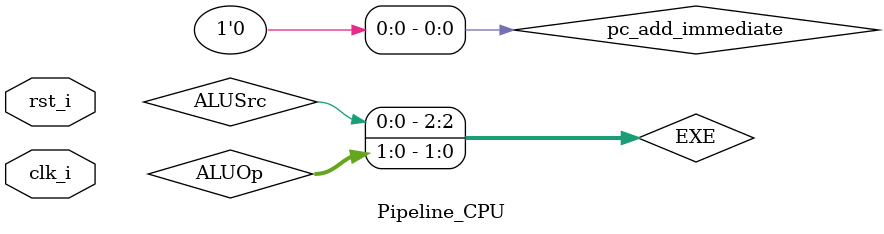
<source format=v>
/***************************************************
Student Name: Lin Jun-Xian, Liu Yu-Ren
Student ID: 0711540, 0712511
***************************************************/

`timescale 1ns/1ps
module Pipeline_CPU(
        clk_i,
		rst_i
		);
		
//I/O port
input         clk_i;
input         rst_i;

//Internal Signles
wire [31:0] pc_i;
wire [31:0] pc_o;
wire [31:0] MuxMemtoReg_o;
wire [31:0] ALUresult;
wire [31:0] MuxALUSrc_o;
wire [31:0] decoder_o;
wire [31:0] RSdata_o;
wire [31:0] RTdata_o;
wire [31:0] Imm_Gen_o;
wire [31:0] ALUSrc1_o;
wire [31:0] ALUSrc2_o;
wire [7:0] Mux_control_o;

wire [31:0] pc_add_immediate;
wire [1:0] ALUOp;
wire PC_write;
wire ALUSrc; 
wire RegWrite;
wire Branch;
wire control_output_select;
wire Jump;
wire [31:0] SL1_o;
wire [3:0] ALU_Ctrl_o;
wire zero,cout,ovf;
wire branch_zero;
wire PCSrc;
wire [31:0] DM_o;
wire MemtoReg,MemRead,MemWrite;
wire [1:0] ALUSelSrc1;
wire [1:0] ALUSelSrc2;
wire [31:0] IF_instr;
wire [31:0] pc_add4;


//Pipeline Signals
//IFID
wire [31:0] IFID_pc_o;
wire [31:0] IFID_instr_o;
wire IFID_write;
wire IFID_flush;
wire [31:0]IFID_pc_add4_o;
//IDEXE
wire [31:0] IDEXE_instr_o;
wire [1:0] IDEXE_WB_o;
wire [2:0] IDEXE_Mem_o;
wire [2:0] IDEXE_Exe_o;
wire [31:0] IDEXE_pc_o;
wire [31:0] IDEXE_RSdata_o;
wire [31:0] IDEXE_RTdata_o;
wire [31:0] IDEXE_ImmGen_o;
wire [3:0] IDEXE_instr_30_14_12_o;
wire [4:0] IDEXE_instr_11_7_o;
wire [31:0]IDEXE_pc_add4_o;

//EXEMEM
wire [31:0] EXEMEM_instr_o;
wire [1:0] EXEMEM_WB_o;
wire [2:0] EXEMEM_Mem_o;
wire [31:0] EXEMEM_pcsum_o;
wire EXEMEM_zero_o;
wire [31:0] EXEMEM_ALUresult_o;
wire [31:0] EXEMEM_RTdata_o;
wire [4:0]  EXEMEM_instr_11_7_o;
wire [31:0] EXEMEM_pc_add4_o;

//MEMWB
wire [1:0] MEMWB_WB_o;
wire [31:0] MEMWB_DM_o;
wire [31:0] MEMWB_ALUresult_o;
wire [4:0]  MEMWB_instr_11_7_o;
wire [31:0] MEMWB_pc_add4_o;


///    IF

MUX_2to1 PC_src(
		.data0_i(pc_add4),       
		.data1_i(EXEMEM_pc_add4_o),
		.select_i(branch_zero), // branch_zero
		.data_o(pc_i)
		);
		
ProgramCounter PC(
        .clk_i(clk_i),      
	    .rst_i (rst_i),     
	    .pc_i(pc_i),   
	    .pc_o(pc_o) 
	    );

Adder PC_plus_4_Adder(
		.src1_i(pc_o),
		.src2_i(4),
		.sum_o(pc_add4)
	    );

Instr_Memory IM(
        .addr_i(pc_o),  
	    .instr_o(IF_instr)    
	    );

IF_register IFtoID(
		.clk_i(clk_i), 
		.rst_i(rst_i),
		.address_i(pc_o), 
		.instr_i(IF_instr),
		.pc_add4_i(pc_add4), 
		.address_o(IFID_pc_o), 
		.instr_o(IFID_instr_o),
		.pc_add4_o(IFID_pc_add4_o)
		);


/////// ID

Decoder Decoder(
        .instr_i(IFID_instr_o), 
		.ALUSrc(ALUSrc),
		.MemtoReg(MemtoReg),
	    .RegWrite(RegWrite),
		.MemRead(MemRead),
		.MemWrite(MemWrite),
	    .Branch(Branch),
		.ALUOp(ALUOp),
		.Jump(Jump)
	    );

	 
Reg_File RF(
        .clk_i(clk_i),      
	    .rst_i(rst_i) ,     
        .RSaddr_i(IFID_instr_o[19:15]) ,  
        .RTaddr_i(IFID_instr_o[24:20]) ,  
        .RDaddr_i(MEMWB_instr_11_7_o) ,  
        .RDdata_i(MuxMemtoReg_o)  , 
        .RegWrite_i (MEMWB_WB_o[1]),
        .RSdata_o(RSdata_o),  
        .RTdata_o(RTdata_o)   
        );
		
Imm_Gen ImmGen(
		.instr_i(IFID_instr_o),
		.Imm_Gen_o(Imm_Gen_o)
		);

// 不確定JUMP的位置<<<<<<<<<<<<<<<<<<<<<<<<<<<<<<<<<<<<<<<<<<<<<<<<<<<<<<<<<<<<<<<<<<<<<<<<<<<
wire [2-1:0] WB;
wire [3-1:0] MEM;
wire [3-1:0] EXE;
wire [4-1:0] alu_ctrl_instr;
assign WB = {RegWrite, MemtoReg};
assign MEM = {Branch, MemRead, MemWrite};
assign EXE = {ALUSrc, ALUOp};
assign alu_ctrl_instr= {IFID_instr_o[30], IFID_instr_o[14:12]};

EXE_register IDtoEXE(
		.clk_i(clk_i), 
		.rst_i(rst_i), 
		.instr_i(IFID_instr_o),
		.WB_i(WB),
		.Mem_i(MEM), 
		.Exe_i(EXE), 
		.data1_i(RSdata_o), 
		.data2_i(RTdata_o), 
		.immgen_i(Imm_Gen_o), 
		.alu_ctrl_instr(alu_ctrl_instr), 
		.WBreg_i(IFID_instr_o[11:7]),
		.pc_add4_i(IFID_pc_o),
		//******** output ********//
		.instr_o(IDEXE_instr_o), 
		.WB_o(IDEXE_WB_o), 
		.Mem_o(IDEXE_Mem_o), 
		.Exe_o(IDEXE_Exe_o),  
		.data1_o(IDEXE_RSdata_o), 
		.data2_o(IDEXE_RTdata_o), 
		.immgen_o(IDEXE_ImmGen_o), 
		.alu_ctrl_input(IDEXE_instr_30_14_12_o), 
		.WBreg_o(IDEXE_instr_11_7_o), // RD address
		.pc_add4_o(IDEXE_pc_add4_o)
    	);	
		
	
/////// EXE

assign pc_add_immediate = IDEXE_pc_add4_o + IDEXE_ImmGen_o << 1;

ForwardingUnit FWUnit(
		.EXE_instr19_15(IDEXE_instr_o[19:15]), 
		.EXE_instr24_20(IDEXE_instr_o[24:20]), 
		.MEM_instr11_7(EXEMEM_instr_11_7_o), 
		.MEM_WBControl(EXEMEM_WB_o[1]), 
		.WB_instr11_7(MEMWB_instr_11_7_o), 
		.WB_Control(MEMWB_WB_o[1]), 
		.src1_sel_o(ALUSelSrc1), 
		.src2_sel_o(ALUSelSrc2)
		);
		
MUX_3to1 MUX_ALU_src1(
		.data0_i(IDEXE_RSdata_o),       
		.data1_i(MuxMemtoReg_o),
		.data2_i(EXEMEM_ALUresult_o),
		.select_i(ALUSelSrc1),
		.data_o(ALUSrc1_o)
		);

MUX_3to1 MUX_ALU_src2(
		.data0_i(IDEXE_RTdata_o),       
		.data1_i(MuxMemtoReg_o),
		.data2_i(EXEMEM_ALUresult_o),
		.select_i(ALUSelSrc2),
		.data_o(ALUSrc2_o)
		);

MUX_2to1 Mux_ALUSrc(
		.data0_i(ALUSrc2_o),       
		.data1_i(IDEXE_ImmGen_o),
		.select_i(IDEXE_Exe_o[2]), // ALUSrc
		.data_o(MuxALUSrc_o)
		);

ALU_Ctrl ALU_Ctrl(
		.instr(IDEXE_instr_30_14_12_o),
		.ALUOp(IDEXE_Exe_o[1:0]), //ALUOp
		.ALU_Ctrl_o(ALU_Ctrl_o)
		);
		
alu alu(
		.rst_n(rst_i),
		.src1(ALUSrc1_o),
		.src2(MuxALUSrc_o),
		.ALU_control(ALU_Ctrl_o),
		.result(ALUresult),
		.zero(zero),
		.cout(cout),
		.overflow(ovf) 
		);

MEM_register EXEtoMEM(
		.clk_i(clk_i),
		.rst_i(rst_i), 
		.instr_i(IDEXE_instr_o), 
		.WB_i(IDEXE_WB_o), 
		.Mem_i(IDEXE_Mem_o),  
		.zero_i(zero), 
		.alu_ans_i(ALUresult), 
		.rtdata_i(IDEXE_RTdata_o), 
		.WBreg_i(IDEXE_instr_11_7_o), // RD address
		.pc_add4_i(pc_add_immediate), 
		.instr_o(EXEMEM_instr_o), 
		.WB_o(EXEMEM_WB_o), 
		.Mem_o(EXEMEM_Mem_o),  
		.zero_o(EXEMEM_zero_o), 
		.alu_ans_o(EXEMEM_ALUresult_o), 
		.rtdata_o(EXEMEM_RTdata_o), 
		.WBreg_o(EXEMEM_instr_11_7_o), // RD address
		.pc_add4_o(EXEMEM_pc_add4_o)
    	);


/////// MEM
		
assign branch_zero = EXEMEM_zero_o & EXEMEM_Mem_o[2];

Data_Memory Data_Memory(
		.clk_i(clk_i),
		.addr_i(EXEMEM_ALUresult_o),
		.data_i(EXEMEM_RTdata_o),
		.MemRead_i(EXEMEM_Mem_o[1]),
		.MemWrite_i(EXEMEM_Mem_o[0]),
		.data_o(DM_o)
		);
		
WB_register MEMtoWB(
		.clk_i(clk_i), 
		.rst_i(rst_i), 
		.WB_i(EXEMEM_WB_o), 
		.DM_i(DM_o), 
		.alu_ans_i(EXEMEM_ALUresult_o), 
		.WBreg_i(EXEMEM_instr_11_7_o),
		.pc_add4_i(EXEMEM_pc_add4_o),
		.WB_o(MEMWB_WB_o), 
		.DM_o(MEMWB_DM_o), 
		.alu_ans_o(MEMWB_ALUresult_o), 
		.WBreg_o(MEMWB_instr_11_7_o), // RD address
		.pc_add4_o(MEMWB_pc_add4_o)
    	);
	

/////// WB
MUX_2to1 Mux_MemtoReg(
		// ******************************順序不確定
		.data0_i(MEMWB_ALUresult_o),       
		.data1_i(MEMWB_DM_o),
		.select_i(MEMWB_WB_o[0]), // MemtoReg
		.data_o(MuxMemtoReg_o)
		);

endmodule
		  



</source>
